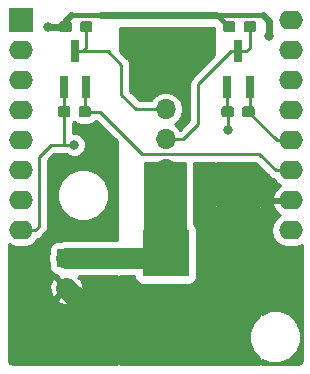
<source format=gtl>
G04 #@! TF.GenerationSoftware,KiCad,Pcbnew,(5.0.0-rc2-dev-158-g52ab6216c)*
G04 #@! TF.CreationDate,2018-07-05T01:48:08+02:00*
G04 #@! TF.ProjectId,7seg-clock,377365672D636C6F636B2E6B69636164,rev?*
G04 #@! TF.SameCoordinates,Original*
G04 #@! TF.FileFunction,Copper,L1,Top,Signal*
G04 #@! TF.FilePolarity,Positive*
%FSLAX46Y46*%
G04 Gerber Fmt 4.6, Leading zero omitted, Abs format (unit mm)*
G04 Created by KiCad (PCBNEW (5.0.0-rc2-dev-158-g52ab6216c)) date 07/05/18 01:48:08*
%MOMM*%
%LPD*%
G01*
G04 APERTURE LIST*
%ADD10R,0.800000X1.900000*%
%ADD11C,0.100000*%
%ADD12C,0.950000*%
%ADD13R,1.600000X1.600000*%
%ADD14C,1.600000*%
%ADD15R,4.000000X4.000000*%
%ADD16C,4.000000*%
%ADD17R,1.700000X1.700000*%
%ADD18O,1.700000X1.700000*%
%ADD19O,2.000000X1.600000*%
%ADD20R,2.000000X2.000000*%
%ADD21C,0.800000*%
%ADD22C,0.250000*%
%ADD23C,0.600000*%
%ADD24C,0.400000*%
%ADD25C,1.800000*%
%ADD26C,0.254000*%
G04 APERTURE END LIST*
D10*
X147700000Y-110100000D03*
X149600000Y-110100000D03*
X148650000Y-107100000D03*
D11*
G36*
X149810779Y-111726144D02*
X149833834Y-111729563D01*
X149856443Y-111735227D01*
X149878387Y-111743079D01*
X149899457Y-111753044D01*
X149919448Y-111765026D01*
X149938168Y-111778910D01*
X149955438Y-111794562D01*
X149971090Y-111811832D01*
X149984974Y-111830552D01*
X149996956Y-111850543D01*
X150006921Y-111871613D01*
X150014773Y-111893557D01*
X150020437Y-111916166D01*
X150023856Y-111939221D01*
X150025000Y-111962500D01*
X150025000Y-112437500D01*
X150023856Y-112460779D01*
X150020437Y-112483834D01*
X150014773Y-112506443D01*
X150006921Y-112528387D01*
X149996956Y-112549457D01*
X149984974Y-112569448D01*
X149971090Y-112588168D01*
X149955438Y-112605438D01*
X149938168Y-112621090D01*
X149919448Y-112634974D01*
X149899457Y-112646956D01*
X149878387Y-112656921D01*
X149856443Y-112664773D01*
X149833834Y-112670437D01*
X149810779Y-112673856D01*
X149787500Y-112675000D01*
X149212500Y-112675000D01*
X149189221Y-112673856D01*
X149166166Y-112670437D01*
X149143557Y-112664773D01*
X149121613Y-112656921D01*
X149100543Y-112646956D01*
X149080552Y-112634974D01*
X149061832Y-112621090D01*
X149044562Y-112605438D01*
X149028910Y-112588168D01*
X149015026Y-112569448D01*
X149003044Y-112549457D01*
X148993079Y-112528387D01*
X148985227Y-112506443D01*
X148979563Y-112483834D01*
X148976144Y-112460779D01*
X148975000Y-112437500D01*
X148975000Y-111962500D01*
X148976144Y-111939221D01*
X148979563Y-111916166D01*
X148985227Y-111893557D01*
X148993079Y-111871613D01*
X149003044Y-111850543D01*
X149015026Y-111830552D01*
X149028910Y-111811832D01*
X149044562Y-111794562D01*
X149061832Y-111778910D01*
X149080552Y-111765026D01*
X149100543Y-111753044D01*
X149121613Y-111743079D01*
X149143557Y-111735227D01*
X149166166Y-111729563D01*
X149189221Y-111726144D01*
X149212500Y-111725000D01*
X149787500Y-111725000D01*
X149810779Y-111726144D01*
X149810779Y-111726144D01*
G37*
D12*
X149500000Y-112200000D03*
D11*
G36*
X148060779Y-111726144D02*
X148083834Y-111729563D01*
X148106443Y-111735227D01*
X148128387Y-111743079D01*
X148149457Y-111753044D01*
X148169448Y-111765026D01*
X148188168Y-111778910D01*
X148205438Y-111794562D01*
X148221090Y-111811832D01*
X148234974Y-111830552D01*
X148246956Y-111850543D01*
X148256921Y-111871613D01*
X148264773Y-111893557D01*
X148270437Y-111916166D01*
X148273856Y-111939221D01*
X148275000Y-111962500D01*
X148275000Y-112437500D01*
X148273856Y-112460779D01*
X148270437Y-112483834D01*
X148264773Y-112506443D01*
X148256921Y-112528387D01*
X148246956Y-112549457D01*
X148234974Y-112569448D01*
X148221090Y-112588168D01*
X148205438Y-112605438D01*
X148188168Y-112621090D01*
X148169448Y-112634974D01*
X148149457Y-112646956D01*
X148128387Y-112656921D01*
X148106443Y-112664773D01*
X148083834Y-112670437D01*
X148060779Y-112673856D01*
X148037500Y-112675000D01*
X147462500Y-112675000D01*
X147439221Y-112673856D01*
X147416166Y-112670437D01*
X147393557Y-112664773D01*
X147371613Y-112656921D01*
X147350543Y-112646956D01*
X147330552Y-112634974D01*
X147311832Y-112621090D01*
X147294562Y-112605438D01*
X147278910Y-112588168D01*
X147265026Y-112569448D01*
X147253044Y-112549457D01*
X147243079Y-112528387D01*
X147235227Y-112506443D01*
X147229563Y-112483834D01*
X147226144Y-112460779D01*
X147225000Y-112437500D01*
X147225000Y-111962500D01*
X147226144Y-111939221D01*
X147229563Y-111916166D01*
X147235227Y-111893557D01*
X147243079Y-111871613D01*
X147253044Y-111850543D01*
X147265026Y-111830552D01*
X147278910Y-111811832D01*
X147294562Y-111794562D01*
X147311832Y-111778910D01*
X147330552Y-111765026D01*
X147350543Y-111753044D01*
X147371613Y-111743079D01*
X147393557Y-111735227D01*
X147416166Y-111729563D01*
X147439221Y-111726144D01*
X147462500Y-111725000D01*
X148037500Y-111725000D01*
X148060779Y-111726144D01*
X148060779Y-111726144D01*
G37*
D12*
X147750000Y-112200000D03*
D11*
G36*
X149935779Y-104526144D02*
X149958834Y-104529563D01*
X149981443Y-104535227D01*
X150003387Y-104543079D01*
X150024457Y-104553044D01*
X150044448Y-104565026D01*
X150063168Y-104578910D01*
X150080438Y-104594562D01*
X150096090Y-104611832D01*
X150109974Y-104630552D01*
X150121956Y-104650543D01*
X150131921Y-104671613D01*
X150139773Y-104693557D01*
X150145437Y-104716166D01*
X150148856Y-104739221D01*
X150150000Y-104762500D01*
X150150000Y-105237500D01*
X150148856Y-105260779D01*
X150145437Y-105283834D01*
X150139773Y-105306443D01*
X150131921Y-105328387D01*
X150121956Y-105349457D01*
X150109974Y-105369448D01*
X150096090Y-105388168D01*
X150080438Y-105405438D01*
X150063168Y-105421090D01*
X150044448Y-105434974D01*
X150024457Y-105446956D01*
X150003387Y-105456921D01*
X149981443Y-105464773D01*
X149958834Y-105470437D01*
X149935779Y-105473856D01*
X149912500Y-105475000D01*
X149337500Y-105475000D01*
X149314221Y-105473856D01*
X149291166Y-105470437D01*
X149268557Y-105464773D01*
X149246613Y-105456921D01*
X149225543Y-105446956D01*
X149205552Y-105434974D01*
X149186832Y-105421090D01*
X149169562Y-105405438D01*
X149153910Y-105388168D01*
X149140026Y-105369448D01*
X149128044Y-105349457D01*
X149118079Y-105328387D01*
X149110227Y-105306443D01*
X149104563Y-105283834D01*
X149101144Y-105260779D01*
X149100000Y-105237500D01*
X149100000Y-104762500D01*
X149101144Y-104739221D01*
X149104563Y-104716166D01*
X149110227Y-104693557D01*
X149118079Y-104671613D01*
X149128044Y-104650543D01*
X149140026Y-104630552D01*
X149153910Y-104611832D01*
X149169562Y-104594562D01*
X149186832Y-104578910D01*
X149205552Y-104565026D01*
X149225543Y-104553044D01*
X149246613Y-104543079D01*
X149268557Y-104535227D01*
X149291166Y-104529563D01*
X149314221Y-104526144D01*
X149337500Y-104525000D01*
X149912500Y-104525000D01*
X149935779Y-104526144D01*
X149935779Y-104526144D01*
G37*
D12*
X149625000Y-105000000D03*
D11*
G36*
X148185779Y-104526144D02*
X148208834Y-104529563D01*
X148231443Y-104535227D01*
X148253387Y-104543079D01*
X148274457Y-104553044D01*
X148294448Y-104565026D01*
X148313168Y-104578910D01*
X148330438Y-104594562D01*
X148346090Y-104611832D01*
X148359974Y-104630552D01*
X148371956Y-104650543D01*
X148381921Y-104671613D01*
X148389773Y-104693557D01*
X148395437Y-104716166D01*
X148398856Y-104739221D01*
X148400000Y-104762500D01*
X148400000Y-105237500D01*
X148398856Y-105260779D01*
X148395437Y-105283834D01*
X148389773Y-105306443D01*
X148381921Y-105328387D01*
X148371956Y-105349457D01*
X148359974Y-105369448D01*
X148346090Y-105388168D01*
X148330438Y-105405438D01*
X148313168Y-105421090D01*
X148294448Y-105434974D01*
X148274457Y-105446956D01*
X148253387Y-105456921D01*
X148231443Y-105464773D01*
X148208834Y-105470437D01*
X148185779Y-105473856D01*
X148162500Y-105475000D01*
X147587500Y-105475000D01*
X147564221Y-105473856D01*
X147541166Y-105470437D01*
X147518557Y-105464773D01*
X147496613Y-105456921D01*
X147475543Y-105446956D01*
X147455552Y-105434974D01*
X147436832Y-105421090D01*
X147419562Y-105405438D01*
X147403910Y-105388168D01*
X147390026Y-105369448D01*
X147378044Y-105349457D01*
X147368079Y-105328387D01*
X147360227Y-105306443D01*
X147354563Y-105283834D01*
X147351144Y-105260779D01*
X147350000Y-105237500D01*
X147350000Y-104762500D01*
X147351144Y-104739221D01*
X147354563Y-104716166D01*
X147360227Y-104693557D01*
X147368079Y-104671613D01*
X147378044Y-104650543D01*
X147390026Y-104630552D01*
X147403910Y-104611832D01*
X147419562Y-104594562D01*
X147436832Y-104578910D01*
X147455552Y-104565026D01*
X147475543Y-104553044D01*
X147496613Y-104543079D01*
X147518557Y-104535227D01*
X147541166Y-104529563D01*
X147564221Y-104526144D01*
X147587500Y-104525000D01*
X148162500Y-104525000D01*
X148185779Y-104526144D01*
X148185779Y-104526144D01*
G37*
D12*
X147875000Y-105000000D03*
D13*
X134100000Y-124600000D03*
D14*
X134100000Y-127100000D03*
D15*
X142500000Y-124200000D03*
D11*
G36*
X143598017Y-128204815D02*
X143695090Y-128219215D01*
X143790285Y-128243060D01*
X143882683Y-128276120D01*
X143971397Y-128318079D01*
X144055570Y-128368530D01*
X144134393Y-128426990D01*
X144207107Y-128492893D01*
X144273010Y-128565607D01*
X144331470Y-128644430D01*
X144381921Y-128728603D01*
X144423880Y-128817317D01*
X144456940Y-128909715D01*
X144480785Y-129004910D01*
X144495185Y-129101983D01*
X144500000Y-129200000D01*
X144500000Y-131200000D01*
X144495185Y-131298017D01*
X144480785Y-131395090D01*
X144456940Y-131490285D01*
X144423880Y-131582683D01*
X144381921Y-131671397D01*
X144331470Y-131755570D01*
X144273010Y-131834393D01*
X144207107Y-131907107D01*
X144134393Y-131973010D01*
X144055570Y-132031470D01*
X143971397Y-132081921D01*
X143882683Y-132123880D01*
X143790285Y-132156940D01*
X143695090Y-132180785D01*
X143598017Y-132195185D01*
X143500000Y-132200000D01*
X141500000Y-132200000D01*
X141401983Y-132195185D01*
X141304910Y-132180785D01*
X141209715Y-132156940D01*
X141117317Y-132123880D01*
X141028603Y-132081921D01*
X140944430Y-132031470D01*
X140865607Y-131973010D01*
X140792893Y-131907107D01*
X140726990Y-131834393D01*
X140668530Y-131755570D01*
X140618079Y-131671397D01*
X140576120Y-131582683D01*
X140543060Y-131490285D01*
X140519215Y-131395090D01*
X140504815Y-131298017D01*
X140500000Y-131200000D01*
X140500000Y-129200000D01*
X140504815Y-129101983D01*
X140519215Y-129004910D01*
X140543060Y-128909715D01*
X140576120Y-128817317D01*
X140618079Y-128728603D01*
X140668530Y-128644430D01*
X140726990Y-128565607D01*
X140792893Y-128492893D01*
X140865607Y-128426990D01*
X140944430Y-128368530D01*
X141028603Y-128318079D01*
X141117317Y-128276120D01*
X141209715Y-128243060D01*
X141304910Y-128219215D01*
X141401983Y-128204815D01*
X141500000Y-128200000D01*
X143500000Y-128200000D01*
X143598017Y-128204815D01*
X143598017Y-128204815D01*
G37*
D16*
X142500000Y-130200000D03*
D11*
G36*
X148298017Y-125204815D02*
X148395090Y-125219215D01*
X148490285Y-125243060D01*
X148582683Y-125276120D01*
X148671397Y-125318079D01*
X148755570Y-125368530D01*
X148834393Y-125426990D01*
X148907107Y-125492893D01*
X148973010Y-125565607D01*
X149031470Y-125644430D01*
X149081921Y-125728603D01*
X149123880Y-125817317D01*
X149156940Y-125909715D01*
X149180785Y-126004910D01*
X149195185Y-126101983D01*
X149200000Y-126200000D01*
X149200000Y-128200000D01*
X149195185Y-128298017D01*
X149180785Y-128395090D01*
X149156940Y-128490285D01*
X149123880Y-128582683D01*
X149081921Y-128671397D01*
X149031470Y-128755570D01*
X148973010Y-128834393D01*
X148907107Y-128907107D01*
X148834393Y-128973010D01*
X148755570Y-129031470D01*
X148671397Y-129081921D01*
X148582683Y-129123880D01*
X148490285Y-129156940D01*
X148395090Y-129180785D01*
X148298017Y-129195185D01*
X148200000Y-129200000D01*
X146200000Y-129200000D01*
X146101983Y-129195185D01*
X146004910Y-129180785D01*
X145909715Y-129156940D01*
X145817317Y-129123880D01*
X145728603Y-129081921D01*
X145644430Y-129031470D01*
X145565607Y-128973010D01*
X145492893Y-128907107D01*
X145426990Y-128834393D01*
X145368530Y-128755570D01*
X145318079Y-128671397D01*
X145276120Y-128582683D01*
X145243060Y-128490285D01*
X145219215Y-128395090D01*
X145204815Y-128298017D01*
X145200000Y-128200000D01*
X145200000Y-126200000D01*
X145204815Y-126101983D01*
X145219215Y-126004910D01*
X145243060Y-125909715D01*
X145276120Y-125817317D01*
X145318079Y-125728603D01*
X145368530Y-125644430D01*
X145426990Y-125565607D01*
X145492893Y-125492893D01*
X145565607Y-125426990D01*
X145644430Y-125368530D01*
X145728603Y-125318079D01*
X145817317Y-125276120D01*
X145909715Y-125243060D01*
X146004910Y-125219215D01*
X146101983Y-125204815D01*
X146200000Y-125200000D01*
X148200000Y-125200000D01*
X148298017Y-125204815D01*
X148298017Y-125204815D01*
G37*
D16*
X147200000Y-127200000D03*
D17*
X142500000Y-119600000D03*
D18*
X142500000Y-117060000D03*
X142500000Y-114520000D03*
X142500000Y-111980000D03*
X142500000Y-109440000D03*
X142500000Y-106900000D03*
D10*
X134800000Y-107100000D03*
X135750000Y-110100000D03*
X133850000Y-110100000D03*
D11*
G36*
X134335779Y-104526144D02*
X134358834Y-104529563D01*
X134381443Y-104535227D01*
X134403387Y-104543079D01*
X134424457Y-104553044D01*
X134444448Y-104565026D01*
X134463168Y-104578910D01*
X134480438Y-104594562D01*
X134496090Y-104611832D01*
X134509974Y-104630552D01*
X134521956Y-104650543D01*
X134531921Y-104671613D01*
X134539773Y-104693557D01*
X134545437Y-104716166D01*
X134548856Y-104739221D01*
X134550000Y-104762500D01*
X134550000Y-105237500D01*
X134548856Y-105260779D01*
X134545437Y-105283834D01*
X134539773Y-105306443D01*
X134531921Y-105328387D01*
X134521956Y-105349457D01*
X134509974Y-105369448D01*
X134496090Y-105388168D01*
X134480438Y-105405438D01*
X134463168Y-105421090D01*
X134444448Y-105434974D01*
X134424457Y-105446956D01*
X134403387Y-105456921D01*
X134381443Y-105464773D01*
X134358834Y-105470437D01*
X134335779Y-105473856D01*
X134312500Y-105475000D01*
X133737500Y-105475000D01*
X133714221Y-105473856D01*
X133691166Y-105470437D01*
X133668557Y-105464773D01*
X133646613Y-105456921D01*
X133625543Y-105446956D01*
X133605552Y-105434974D01*
X133586832Y-105421090D01*
X133569562Y-105405438D01*
X133553910Y-105388168D01*
X133540026Y-105369448D01*
X133528044Y-105349457D01*
X133518079Y-105328387D01*
X133510227Y-105306443D01*
X133504563Y-105283834D01*
X133501144Y-105260779D01*
X133500000Y-105237500D01*
X133500000Y-104762500D01*
X133501144Y-104739221D01*
X133504563Y-104716166D01*
X133510227Y-104693557D01*
X133518079Y-104671613D01*
X133528044Y-104650543D01*
X133540026Y-104630552D01*
X133553910Y-104611832D01*
X133569562Y-104594562D01*
X133586832Y-104578910D01*
X133605552Y-104565026D01*
X133625543Y-104553044D01*
X133646613Y-104543079D01*
X133668557Y-104535227D01*
X133691166Y-104529563D01*
X133714221Y-104526144D01*
X133737500Y-104525000D01*
X134312500Y-104525000D01*
X134335779Y-104526144D01*
X134335779Y-104526144D01*
G37*
D12*
X134025000Y-105000000D03*
D11*
G36*
X136085779Y-104526144D02*
X136108834Y-104529563D01*
X136131443Y-104535227D01*
X136153387Y-104543079D01*
X136174457Y-104553044D01*
X136194448Y-104565026D01*
X136213168Y-104578910D01*
X136230438Y-104594562D01*
X136246090Y-104611832D01*
X136259974Y-104630552D01*
X136271956Y-104650543D01*
X136281921Y-104671613D01*
X136289773Y-104693557D01*
X136295437Y-104716166D01*
X136298856Y-104739221D01*
X136300000Y-104762500D01*
X136300000Y-105237500D01*
X136298856Y-105260779D01*
X136295437Y-105283834D01*
X136289773Y-105306443D01*
X136281921Y-105328387D01*
X136271956Y-105349457D01*
X136259974Y-105369448D01*
X136246090Y-105388168D01*
X136230438Y-105405438D01*
X136213168Y-105421090D01*
X136194448Y-105434974D01*
X136174457Y-105446956D01*
X136153387Y-105456921D01*
X136131443Y-105464773D01*
X136108834Y-105470437D01*
X136085779Y-105473856D01*
X136062500Y-105475000D01*
X135487500Y-105475000D01*
X135464221Y-105473856D01*
X135441166Y-105470437D01*
X135418557Y-105464773D01*
X135396613Y-105456921D01*
X135375543Y-105446956D01*
X135355552Y-105434974D01*
X135336832Y-105421090D01*
X135319562Y-105405438D01*
X135303910Y-105388168D01*
X135290026Y-105369448D01*
X135278044Y-105349457D01*
X135268079Y-105328387D01*
X135260227Y-105306443D01*
X135254563Y-105283834D01*
X135251144Y-105260779D01*
X135250000Y-105237500D01*
X135250000Y-104762500D01*
X135251144Y-104739221D01*
X135254563Y-104716166D01*
X135260227Y-104693557D01*
X135268079Y-104671613D01*
X135278044Y-104650543D01*
X135290026Y-104630552D01*
X135303910Y-104611832D01*
X135319562Y-104594562D01*
X135336832Y-104578910D01*
X135355552Y-104565026D01*
X135375543Y-104553044D01*
X135396613Y-104543079D01*
X135418557Y-104535227D01*
X135441166Y-104529563D01*
X135464221Y-104526144D01*
X135487500Y-104525000D01*
X136062500Y-104525000D01*
X136085779Y-104526144D01*
X136085779Y-104526144D01*
G37*
D12*
X135775000Y-105000000D03*
D11*
G36*
X134210779Y-111726144D02*
X134233834Y-111729563D01*
X134256443Y-111735227D01*
X134278387Y-111743079D01*
X134299457Y-111753044D01*
X134319448Y-111765026D01*
X134338168Y-111778910D01*
X134355438Y-111794562D01*
X134371090Y-111811832D01*
X134384974Y-111830552D01*
X134396956Y-111850543D01*
X134406921Y-111871613D01*
X134414773Y-111893557D01*
X134420437Y-111916166D01*
X134423856Y-111939221D01*
X134425000Y-111962500D01*
X134425000Y-112437500D01*
X134423856Y-112460779D01*
X134420437Y-112483834D01*
X134414773Y-112506443D01*
X134406921Y-112528387D01*
X134396956Y-112549457D01*
X134384974Y-112569448D01*
X134371090Y-112588168D01*
X134355438Y-112605438D01*
X134338168Y-112621090D01*
X134319448Y-112634974D01*
X134299457Y-112646956D01*
X134278387Y-112656921D01*
X134256443Y-112664773D01*
X134233834Y-112670437D01*
X134210779Y-112673856D01*
X134187500Y-112675000D01*
X133612500Y-112675000D01*
X133589221Y-112673856D01*
X133566166Y-112670437D01*
X133543557Y-112664773D01*
X133521613Y-112656921D01*
X133500543Y-112646956D01*
X133480552Y-112634974D01*
X133461832Y-112621090D01*
X133444562Y-112605438D01*
X133428910Y-112588168D01*
X133415026Y-112569448D01*
X133403044Y-112549457D01*
X133393079Y-112528387D01*
X133385227Y-112506443D01*
X133379563Y-112483834D01*
X133376144Y-112460779D01*
X133375000Y-112437500D01*
X133375000Y-111962500D01*
X133376144Y-111939221D01*
X133379563Y-111916166D01*
X133385227Y-111893557D01*
X133393079Y-111871613D01*
X133403044Y-111850543D01*
X133415026Y-111830552D01*
X133428910Y-111811832D01*
X133444562Y-111794562D01*
X133461832Y-111778910D01*
X133480552Y-111765026D01*
X133500543Y-111753044D01*
X133521613Y-111743079D01*
X133543557Y-111735227D01*
X133566166Y-111729563D01*
X133589221Y-111726144D01*
X133612500Y-111725000D01*
X134187500Y-111725000D01*
X134210779Y-111726144D01*
X134210779Y-111726144D01*
G37*
D12*
X133900000Y-112200000D03*
D11*
G36*
X135960779Y-111726144D02*
X135983834Y-111729563D01*
X136006443Y-111735227D01*
X136028387Y-111743079D01*
X136049457Y-111753044D01*
X136069448Y-111765026D01*
X136088168Y-111778910D01*
X136105438Y-111794562D01*
X136121090Y-111811832D01*
X136134974Y-111830552D01*
X136146956Y-111850543D01*
X136156921Y-111871613D01*
X136164773Y-111893557D01*
X136170437Y-111916166D01*
X136173856Y-111939221D01*
X136175000Y-111962500D01*
X136175000Y-112437500D01*
X136173856Y-112460779D01*
X136170437Y-112483834D01*
X136164773Y-112506443D01*
X136156921Y-112528387D01*
X136146956Y-112549457D01*
X136134974Y-112569448D01*
X136121090Y-112588168D01*
X136105438Y-112605438D01*
X136088168Y-112621090D01*
X136069448Y-112634974D01*
X136049457Y-112646956D01*
X136028387Y-112656921D01*
X136006443Y-112664773D01*
X135983834Y-112670437D01*
X135960779Y-112673856D01*
X135937500Y-112675000D01*
X135362500Y-112675000D01*
X135339221Y-112673856D01*
X135316166Y-112670437D01*
X135293557Y-112664773D01*
X135271613Y-112656921D01*
X135250543Y-112646956D01*
X135230552Y-112634974D01*
X135211832Y-112621090D01*
X135194562Y-112605438D01*
X135178910Y-112588168D01*
X135165026Y-112569448D01*
X135153044Y-112549457D01*
X135143079Y-112528387D01*
X135135227Y-112506443D01*
X135129563Y-112483834D01*
X135126144Y-112460779D01*
X135125000Y-112437500D01*
X135125000Y-111962500D01*
X135126144Y-111939221D01*
X135129563Y-111916166D01*
X135135227Y-111893557D01*
X135143079Y-111871613D01*
X135153044Y-111850543D01*
X135165026Y-111830552D01*
X135178910Y-111811832D01*
X135194562Y-111794562D01*
X135211832Y-111778910D01*
X135230552Y-111765026D01*
X135250543Y-111753044D01*
X135271613Y-111743079D01*
X135293557Y-111735227D01*
X135316166Y-111729563D01*
X135339221Y-111726144D01*
X135362500Y-111725000D01*
X135937500Y-111725000D01*
X135960779Y-111726144D01*
X135960779Y-111726144D01*
G37*
D12*
X135650000Y-112200000D03*
D19*
X130215001Y-107010001D03*
D20*
X130215001Y-104470001D03*
D19*
X130215001Y-109550001D03*
X130215001Y-112090001D03*
X130215001Y-114630001D03*
X130215001Y-117170001D03*
X130215001Y-119710001D03*
X130215001Y-122250001D03*
X153075001Y-122250001D03*
X153075001Y-119710001D03*
X153075001Y-117170001D03*
X153075001Y-114630001D03*
X153075001Y-112090001D03*
X153075001Y-109550001D03*
X153075001Y-107010001D03*
X153075001Y-104470001D03*
D21*
X134750000Y-115000000D03*
X147750000Y-113750000D03*
X132500000Y-105000000D03*
X151250000Y-105750000D03*
D22*
X131750000Y-116000000D02*
X132750000Y-115000000D01*
X132750000Y-115000000D02*
X133900000Y-115000000D01*
X131750000Y-121965002D02*
X131750000Y-116000000D01*
X131465001Y-122250001D02*
X131750000Y-121965002D01*
X133900000Y-115000000D02*
X133900000Y-112775000D01*
X134750000Y-115000000D02*
X133900000Y-115000000D01*
X147750000Y-112200000D02*
X147750000Y-113750000D01*
X147700000Y-110100000D02*
X147700000Y-112150000D01*
X147700000Y-112150000D02*
X147750000Y-112200000D01*
X133850000Y-110100000D02*
X133850000Y-112150000D01*
X133850000Y-112150000D02*
X133900000Y-112200000D01*
X130215001Y-122250001D02*
X131465001Y-122250001D01*
X133900000Y-112775000D02*
X133900000Y-112200000D01*
D23*
X151250000Y-104500000D02*
X151250000Y-105750000D01*
X150750000Y-104000000D02*
X151250000Y-104500000D01*
D22*
X134450000Y-104000000D02*
X137000000Y-104000000D01*
D23*
X137000000Y-104000000D02*
X146750000Y-104000000D01*
X134025000Y-105000000D02*
X134025000Y-104425000D01*
X134025000Y-104425000D02*
X134450000Y-104000000D01*
X132500000Y-105000000D02*
X134025000Y-105000000D01*
D24*
X146750000Y-104000000D02*
X150750000Y-104000000D01*
X134450000Y-104000000D02*
X146875000Y-104000000D01*
X146875000Y-104000000D02*
X147875000Y-105000000D01*
D22*
X146750000Y-104000000D02*
X146875000Y-104000000D01*
D25*
X134100000Y-124600000D02*
X142100000Y-124600000D01*
X139400000Y-130200000D02*
X137200000Y-130200000D01*
X142500000Y-130200000D02*
X139400000Y-130200000D01*
X142500000Y-130200000D02*
X144200000Y-130200000D01*
X144200000Y-130200000D02*
X147200000Y-127200000D01*
X137200000Y-130200000D02*
X134100000Y-127100000D01*
D22*
X149500000Y-112200000D02*
X151930001Y-114630001D01*
X151930001Y-114630001D02*
X153075001Y-114630001D01*
X149600000Y-110100000D02*
X149600000Y-112100000D01*
X149600000Y-112100000D02*
X149500000Y-112200000D01*
X140500000Y-115750000D02*
X150405000Y-115750000D01*
X150405000Y-115750000D02*
X151825001Y-117170001D01*
X151825001Y-117170001D02*
X153075001Y-117170001D01*
X136950000Y-112200000D02*
X140500000Y-115750000D01*
X135650000Y-112200000D02*
X136950000Y-112200000D01*
X135650000Y-112200000D02*
X135650000Y-110200000D01*
X135650000Y-110200000D02*
X135750000Y-110100000D01*
X148650000Y-107100000D02*
X149300000Y-107100000D01*
X149300000Y-107100000D02*
X149625000Y-106775000D01*
X149625000Y-106775000D02*
X149625000Y-105575000D01*
X149625000Y-105575000D02*
X149625000Y-105000000D01*
X145250000Y-113250000D02*
X143980000Y-114520000D01*
X143980000Y-114520000D02*
X142500000Y-114520000D01*
X145250000Y-109850000D02*
X145250000Y-113250000D01*
X148650000Y-107100000D02*
X148000000Y-107100000D01*
X148000000Y-107100000D02*
X145250000Y-109850000D01*
X135775000Y-105000000D02*
X135775000Y-106775000D01*
X135775000Y-106775000D02*
X135450000Y-107100000D01*
X135450000Y-107100000D02*
X134800000Y-107100000D01*
X138750000Y-110750000D02*
X139980000Y-111980000D01*
X139980000Y-111980000D02*
X142500000Y-111980000D01*
X138750000Y-108230000D02*
X138750000Y-110750000D01*
X134800000Y-107100000D02*
X137620000Y-107100000D01*
X137620000Y-107100000D02*
X138750000Y-108230000D01*
D26*
G36*
X144173000Y-125873000D02*
X140727000Y-125873000D01*
X140727000Y-116502000D01*
X144173000Y-116502000D01*
X144173000Y-125873000D01*
X144173000Y-125873000D01*
G37*
X144173000Y-125873000D02*
X140727000Y-125873000D01*
X140727000Y-116502000D01*
X144173000Y-116502000D01*
X144173000Y-125873000D01*
G36*
X146623000Y-120250000D02*
X146632667Y-120298601D01*
X146660197Y-120339803D01*
X146701399Y-120367333D01*
X146750000Y-120377000D01*
X150373000Y-120377000D01*
X150373000Y-129477546D01*
X149862040Y-129988506D01*
X149523000Y-130807022D01*
X149523000Y-131692978D01*
X149862040Y-132511494D01*
X150373000Y-133022454D01*
X150373000Y-133523000D01*
X138627000Y-133523000D01*
X138627000Y-126127000D01*
X139860717Y-126127000D01*
X139860717Y-126200000D01*
X139909380Y-126444643D01*
X140047959Y-126652041D01*
X140255357Y-126790620D01*
X140500000Y-126839283D01*
X144500000Y-126839283D01*
X144744643Y-126790620D01*
X144952041Y-126652041D01*
X145090620Y-126444643D01*
X145139283Y-126200000D01*
X145139283Y-122200000D01*
X145090620Y-121955357D01*
X144952041Y-121747959D01*
X144927000Y-121731227D01*
X144927000Y-116502000D01*
X146623000Y-116502000D01*
X146623000Y-120250000D01*
X146623000Y-120250000D01*
G37*
X146623000Y-120250000D02*
X146632667Y-120298601D01*
X146660197Y-120339803D01*
X146701399Y-120367333D01*
X146750000Y-120377000D01*
X150373000Y-120377000D01*
X150373000Y-129477546D01*
X149862040Y-129988506D01*
X149523000Y-130807022D01*
X149523000Y-131692978D01*
X149862040Y-132511494D01*
X150373000Y-133022454D01*
X150373000Y-133523000D01*
X138627000Y-133523000D01*
X138627000Y-126127000D01*
X139860717Y-126127000D01*
X139860717Y-126200000D01*
X139909380Y-126444643D01*
X140047959Y-126652041D01*
X140255357Y-126790620D01*
X140500000Y-126839283D01*
X144500000Y-126839283D01*
X144744643Y-126790620D01*
X144952041Y-126652041D01*
X145090620Y-126444643D01*
X145139283Y-126200000D01*
X145139283Y-122200000D01*
X145090620Y-121955357D01*
X144952041Y-121747959D01*
X144927000Y-121731227D01*
X144927000Y-116502000D01*
X146623000Y-116502000D01*
X146623000Y-120250000D01*
G36*
X146623000Y-107413512D02*
X144770629Y-109265884D01*
X144707839Y-109307839D01*
X144541632Y-109556585D01*
X144498000Y-109775938D01*
X144498000Y-109775941D01*
X144483269Y-109850000D01*
X144498000Y-109924059D01*
X144498001Y-112938511D01*
X143731689Y-113704823D01*
X143564858Y-113455142D01*
X143257840Y-113250000D01*
X143564858Y-113044858D01*
X143891303Y-112556297D01*
X144005936Y-111980000D01*
X143891303Y-111403703D01*
X143564858Y-110915142D01*
X143076297Y-110588697D01*
X142645471Y-110503000D01*
X142354529Y-110503000D01*
X141923703Y-110588697D01*
X141435142Y-110915142D01*
X141226098Y-111228000D01*
X140291488Y-111228000D01*
X139502000Y-110438513D01*
X139502000Y-108304058D01*
X139516731Y-108229999D01*
X139502000Y-108155938D01*
X139502000Y-108155937D01*
X139458368Y-107936584D01*
X139334114Y-107750625D01*
X139334112Y-107750623D01*
X139292161Y-107687839D01*
X139229377Y-107645888D01*
X138627000Y-107043512D01*
X138627000Y-105127000D01*
X146623000Y-105127000D01*
X146623000Y-107413512D01*
X146623000Y-107413512D01*
G37*
X146623000Y-107413512D02*
X144770629Y-109265884D01*
X144707839Y-109307839D01*
X144541632Y-109556585D01*
X144498000Y-109775938D01*
X144498000Y-109775941D01*
X144483269Y-109850000D01*
X144498000Y-109924059D01*
X144498001Y-112938511D01*
X143731689Y-113704823D01*
X143564858Y-113455142D01*
X143257840Y-113250000D01*
X143564858Y-113044858D01*
X143891303Y-112556297D01*
X144005936Y-111980000D01*
X143891303Y-111403703D01*
X143564858Y-110915142D01*
X143076297Y-110588697D01*
X142645471Y-110503000D01*
X142354529Y-110503000D01*
X141923703Y-110588697D01*
X141435142Y-110915142D01*
X141226098Y-111228000D01*
X140291488Y-111228000D01*
X139502000Y-110438513D01*
X139502000Y-108304058D01*
X139516731Y-108229999D01*
X139502000Y-108155938D01*
X139502000Y-108155937D01*
X139458368Y-107936584D01*
X139334114Y-107750625D01*
X139334112Y-107750623D01*
X139292161Y-107687839D01*
X139229377Y-107645888D01*
X138627000Y-107043512D01*
X138627000Y-105127000D01*
X146623000Y-105127000D01*
X146623000Y-107413512D01*
G36*
X138373000Y-114686488D02*
X138373000Y-123073000D01*
X133949607Y-123073000D01*
X133508623Y-123160717D01*
X133300000Y-123160717D01*
X133055357Y-123209380D01*
X132847959Y-123347959D01*
X132709380Y-123555357D01*
X132660717Y-123800000D01*
X132660717Y-124008623D01*
X132543085Y-124600000D01*
X132660717Y-125191377D01*
X132660717Y-125400000D01*
X132709380Y-125644643D01*
X132847959Y-125852041D01*
X133055357Y-125990620D01*
X133288506Y-126036997D01*
X133271861Y-126092255D01*
X134100000Y-126920395D01*
X134114142Y-126906252D01*
X134293748Y-127085858D01*
X134279605Y-127100000D01*
X135107745Y-127928139D01*
X135353864Y-127854005D01*
X135546965Y-127316777D01*
X135519778Y-126746546D01*
X135353864Y-126345995D01*
X135107747Y-126271861D01*
X135222622Y-126156986D01*
X135192636Y-126127000D01*
X138373000Y-126127000D01*
X138373000Y-133523000D01*
X129571603Y-133523000D01*
X129400978Y-133489061D01*
X129317031Y-133432969D01*
X129260939Y-133349022D01*
X129227000Y-133178397D01*
X129227000Y-128107745D01*
X133271861Y-128107745D01*
X133345995Y-128353864D01*
X133883223Y-128546965D01*
X134453454Y-128519778D01*
X134854005Y-128353864D01*
X134928139Y-128107745D01*
X134100000Y-127279605D01*
X133271861Y-128107745D01*
X129227000Y-128107745D01*
X129227000Y-126883223D01*
X132653035Y-126883223D01*
X132680222Y-127453454D01*
X132846136Y-127854005D01*
X133092255Y-127928139D01*
X133920395Y-127100000D01*
X133092255Y-126271861D01*
X132846136Y-126345995D01*
X132653035Y-126883223D01*
X129227000Y-126883223D01*
X129227000Y-123439713D01*
X129458213Y-123594205D01*
X129874457Y-123677001D01*
X130555545Y-123677001D01*
X130971789Y-123594205D01*
X131443810Y-123278810D01*
X131642518Y-122981423D01*
X131758417Y-122958369D01*
X132007162Y-122792162D01*
X132049117Y-122729372D01*
X132229373Y-122549117D01*
X132292161Y-122507163D01*
X132458368Y-122258418D01*
X132502000Y-122039065D01*
X132502000Y-122039060D01*
X132516731Y-121965003D01*
X132502000Y-121890945D01*
X132502000Y-118807022D01*
X133273000Y-118807022D01*
X133273000Y-119692978D01*
X133612040Y-120511494D01*
X134238506Y-121137960D01*
X135057022Y-121477000D01*
X135942978Y-121477000D01*
X136761494Y-121137960D01*
X137387960Y-120511494D01*
X137727000Y-119692978D01*
X137727000Y-118807022D01*
X137387960Y-117988506D01*
X136761494Y-117362040D01*
X135942978Y-117023000D01*
X135057022Y-117023000D01*
X134238506Y-117362040D01*
X133612040Y-117988506D01*
X133273000Y-118807022D01*
X132502000Y-118807022D01*
X132502000Y-116311487D01*
X133061489Y-115752000D01*
X133825937Y-115752000D01*
X133900000Y-115766732D01*
X133974063Y-115752000D01*
X134049603Y-115752000D01*
X134168251Y-115870648D01*
X134545717Y-116027000D01*
X134954283Y-116027000D01*
X135331749Y-115870648D01*
X135620648Y-115581749D01*
X135777000Y-115204283D01*
X135777000Y-114795717D01*
X135620648Y-114418251D01*
X135331749Y-114129352D01*
X134954283Y-113973000D01*
X134652000Y-113973000D01*
X134652000Y-113161367D01*
X134775000Y-113079181D01*
X135026970Y-113247542D01*
X135362500Y-113314283D01*
X135937500Y-113314283D01*
X136273030Y-113247542D01*
X136557479Y-113057479D01*
X136627958Y-112952000D01*
X136638513Y-112952000D01*
X138373000Y-114686488D01*
X138373000Y-114686488D01*
G37*
X138373000Y-114686488D02*
X138373000Y-123073000D01*
X133949607Y-123073000D01*
X133508623Y-123160717D01*
X133300000Y-123160717D01*
X133055357Y-123209380D01*
X132847959Y-123347959D01*
X132709380Y-123555357D01*
X132660717Y-123800000D01*
X132660717Y-124008623D01*
X132543085Y-124600000D01*
X132660717Y-125191377D01*
X132660717Y-125400000D01*
X132709380Y-125644643D01*
X132847959Y-125852041D01*
X133055357Y-125990620D01*
X133288506Y-126036997D01*
X133271861Y-126092255D01*
X134100000Y-126920395D01*
X134114142Y-126906252D01*
X134293748Y-127085858D01*
X134279605Y-127100000D01*
X135107745Y-127928139D01*
X135353864Y-127854005D01*
X135546965Y-127316777D01*
X135519778Y-126746546D01*
X135353864Y-126345995D01*
X135107747Y-126271861D01*
X135222622Y-126156986D01*
X135192636Y-126127000D01*
X138373000Y-126127000D01*
X138373000Y-133523000D01*
X129571603Y-133523000D01*
X129400978Y-133489061D01*
X129317031Y-133432969D01*
X129260939Y-133349022D01*
X129227000Y-133178397D01*
X129227000Y-128107745D01*
X133271861Y-128107745D01*
X133345995Y-128353864D01*
X133883223Y-128546965D01*
X134453454Y-128519778D01*
X134854005Y-128353864D01*
X134928139Y-128107745D01*
X134100000Y-127279605D01*
X133271861Y-128107745D01*
X129227000Y-128107745D01*
X129227000Y-126883223D01*
X132653035Y-126883223D01*
X132680222Y-127453454D01*
X132846136Y-127854005D01*
X133092255Y-127928139D01*
X133920395Y-127100000D01*
X133092255Y-126271861D01*
X132846136Y-126345995D01*
X132653035Y-126883223D01*
X129227000Y-126883223D01*
X129227000Y-123439713D01*
X129458213Y-123594205D01*
X129874457Y-123677001D01*
X130555545Y-123677001D01*
X130971789Y-123594205D01*
X131443810Y-123278810D01*
X131642518Y-122981423D01*
X131758417Y-122958369D01*
X132007162Y-122792162D01*
X132049117Y-122729372D01*
X132229373Y-122549117D01*
X132292161Y-122507163D01*
X132458368Y-122258418D01*
X132502000Y-122039065D01*
X132502000Y-122039060D01*
X132516731Y-121965003D01*
X132502000Y-121890945D01*
X132502000Y-118807022D01*
X133273000Y-118807022D01*
X133273000Y-119692978D01*
X133612040Y-120511494D01*
X134238506Y-121137960D01*
X135057022Y-121477000D01*
X135942978Y-121477000D01*
X136761494Y-121137960D01*
X137387960Y-120511494D01*
X137727000Y-119692978D01*
X137727000Y-118807022D01*
X137387960Y-117988506D01*
X136761494Y-117362040D01*
X135942978Y-117023000D01*
X135057022Y-117023000D01*
X134238506Y-117362040D01*
X133612040Y-117988506D01*
X133273000Y-118807022D01*
X132502000Y-118807022D01*
X132502000Y-116311487D01*
X133061489Y-115752000D01*
X133825937Y-115752000D01*
X133900000Y-115766732D01*
X133974063Y-115752000D01*
X134049603Y-115752000D01*
X134168251Y-115870648D01*
X134545717Y-116027000D01*
X134954283Y-116027000D01*
X135331749Y-115870648D01*
X135620648Y-115581749D01*
X135777000Y-115204283D01*
X135777000Y-114795717D01*
X135620648Y-114418251D01*
X135331749Y-114129352D01*
X134954283Y-113973000D01*
X134652000Y-113973000D01*
X134652000Y-113161367D01*
X134775000Y-113079181D01*
X135026970Y-113247542D01*
X135362500Y-113314283D01*
X135937500Y-113314283D01*
X136273030Y-113247542D01*
X136557479Y-113057479D01*
X136627958Y-112952000D01*
X136638513Y-112952000D01*
X138373000Y-114686488D01*
G36*
X151240886Y-117649374D02*
X151282840Y-117712162D01*
X151531585Y-117878369D01*
X151647484Y-117901423D01*
X151846192Y-118198810D01*
X152206031Y-118439247D01*
X152185775Y-118445573D01*
X151754364Y-118805577D01*
X151493559Y-119303271D01*
X151483097Y-119360962D01*
X151605086Y-119583001D01*
X152948001Y-119583001D01*
X152948001Y-119563001D01*
X153202001Y-119563001D01*
X153202001Y-119583001D01*
X153222001Y-119583001D01*
X153222001Y-119837001D01*
X153202001Y-119837001D01*
X153202001Y-119857001D01*
X152948001Y-119857001D01*
X152948001Y-119837001D01*
X151605086Y-119837001D01*
X151483097Y-120059040D01*
X151493559Y-120116731D01*
X151754364Y-120614425D01*
X152185775Y-120974429D01*
X152206031Y-120980755D01*
X151846192Y-121221192D01*
X151530797Y-121693213D01*
X151420045Y-122250001D01*
X151530797Y-122806789D01*
X151846192Y-123278810D01*
X152318213Y-123594205D01*
X152734457Y-123677001D01*
X153415545Y-123677001D01*
X153831789Y-123594205D01*
X154023000Y-123466441D01*
X154023000Y-133178397D01*
X153989061Y-133349022D01*
X153932969Y-133432969D01*
X153849022Y-133489061D01*
X153678397Y-133523000D01*
X150627000Y-133523000D01*
X150627000Y-133195326D01*
X151307022Y-133477000D01*
X152192978Y-133477000D01*
X153011494Y-133137960D01*
X153637960Y-132511494D01*
X153977000Y-131692978D01*
X153977000Y-130807022D01*
X153637960Y-129988506D01*
X153011494Y-129362040D01*
X152192978Y-129023000D01*
X151307022Y-129023000D01*
X150627000Y-129304674D01*
X150627000Y-120250000D01*
X150617333Y-120201399D01*
X150589803Y-120160197D01*
X150548601Y-120132667D01*
X150500000Y-120123000D01*
X146877000Y-120123000D01*
X146877000Y-116502000D01*
X150093513Y-116502000D01*
X151240886Y-117649374D01*
X151240886Y-117649374D01*
G37*
X151240886Y-117649374D02*
X151282840Y-117712162D01*
X151531585Y-117878369D01*
X151647484Y-117901423D01*
X151846192Y-118198810D01*
X152206031Y-118439247D01*
X152185775Y-118445573D01*
X151754364Y-118805577D01*
X151493559Y-119303271D01*
X151483097Y-119360962D01*
X151605086Y-119583001D01*
X152948001Y-119583001D01*
X152948001Y-119563001D01*
X153202001Y-119563001D01*
X153202001Y-119583001D01*
X153222001Y-119583001D01*
X153222001Y-119837001D01*
X153202001Y-119837001D01*
X153202001Y-119857001D01*
X152948001Y-119857001D01*
X152948001Y-119837001D01*
X151605086Y-119837001D01*
X151483097Y-120059040D01*
X151493559Y-120116731D01*
X151754364Y-120614425D01*
X152185775Y-120974429D01*
X152206031Y-120980755D01*
X151846192Y-121221192D01*
X151530797Y-121693213D01*
X151420045Y-122250001D01*
X151530797Y-122806789D01*
X151846192Y-123278810D01*
X152318213Y-123594205D01*
X152734457Y-123677001D01*
X153415545Y-123677001D01*
X153831789Y-123594205D01*
X154023000Y-123466441D01*
X154023000Y-133178397D01*
X153989061Y-133349022D01*
X153932969Y-133432969D01*
X153849022Y-133489061D01*
X153678397Y-133523000D01*
X150627000Y-133523000D01*
X150627000Y-133195326D01*
X151307022Y-133477000D01*
X152192978Y-133477000D01*
X153011494Y-133137960D01*
X153637960Y-132511494D01*
X153977000Y-131692978D01*
X153977000Y-130807022D01*
X153637960Y-129988506D01*
X153011494Y-129362040D01*
X152192978Y-129023000D01*
X151307022Y-129023000D01*
X150627000Y-129304674D01*
X150627000Y-120250000D01*
X150617333Y-120201399D01*
X150589803Y-120160197D01*
X150548601Y-120132667D01*
X150500000Y-120123000D01*
X146877000Y-120123000D01*
X146877000Y-116502000D01*
X150093513Y-116502000D01*
X151240886Y-117649374D01*
M02*

</source>
